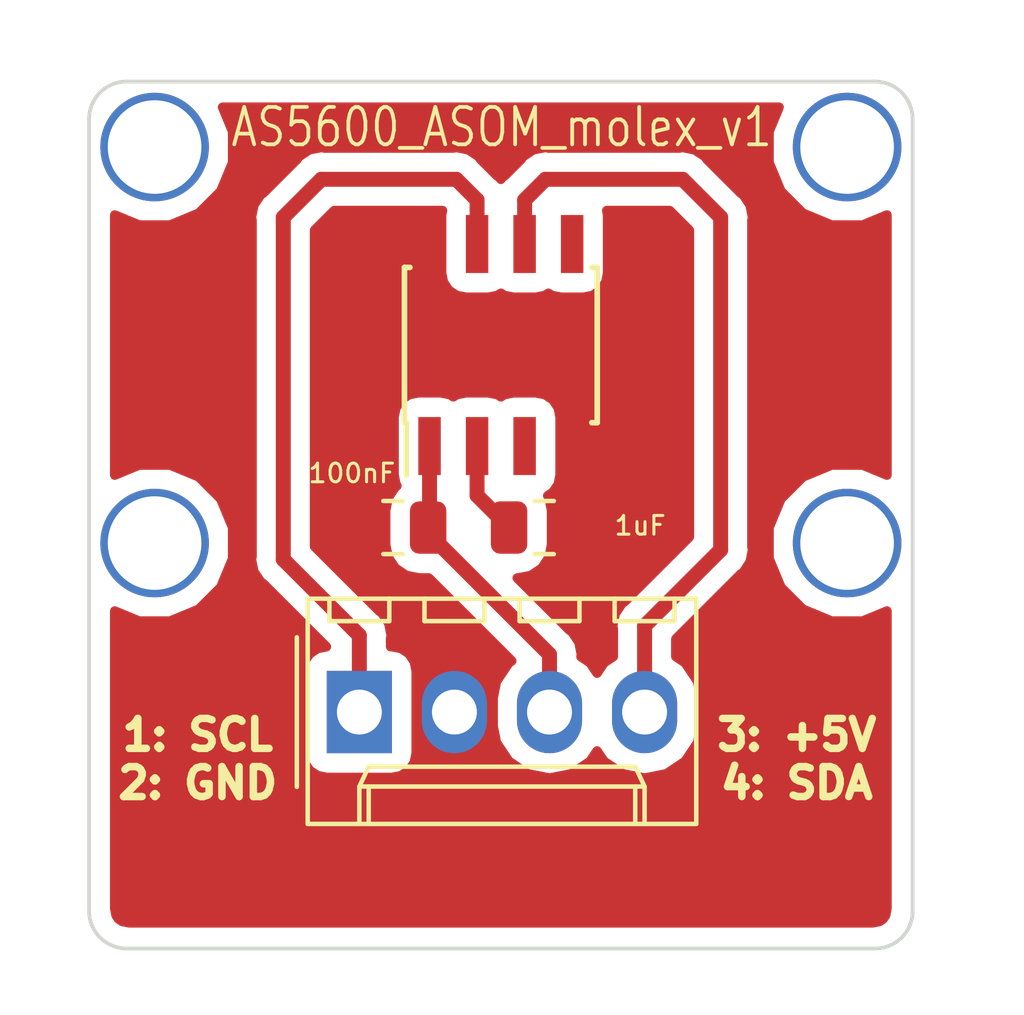
<source format=kicad_pcb>
(kicad_pcb (version 20171130) (host pcbnew "(5.0.0)")

  (general
    (thickness 1.6)
    (drawings 10)
    (tracks 22)
    (zones 0)
    (modules 8)
    (nets 8)
  )

  (page A4)
  (layers
    (0 F.Cu signal)
    (31 B.Cu signal)
    (32 B.Adhes user)
    (33 F.Adhes user)
    (34 B.Paste user)
    (35 F.Paste user)
    (36 B.SilkS user)
    (37 F.SilkS user)
    (38 B.Mask user)
    (39 F.Mask user)
    (40 Dwgs.User user)
    (41 Cmts.User user)
    (42 Eco1.User user)
    (43 Eco2.User user)
    (44 Edge.Cuts user)
    (45 Margin user)
    (46 B.CrtYd user)
    (47 F.CrtYd user)
    (48 B.Fab user)
    (49 F.Fab user)
  )

  (setup
    (last_trace_width 0.4)
    (trace_clearance 0.3)
    (zone_clearance 0.508)
    (zone_45_only no)
    (trace_min 0.2)
    (segment_width 0.2)
    (edge_width 0.1)
    (via_size 0.8)
    (via_drill 0.4)
    (via_min_size 0.4)
    (via_min_drill 0.3)
    (uvia_size 0.3)
    (uvia_drill 0.1)
    (uvias_allowed no)
    (uvia_min_size 0.2)
    (uvia_min_drill 0.1)
    (pcb_text_width 0.3)
    (pcb_text_size 1.5 1.5)
    (mod_edge_width 0.15)
    (mod_text_size 1 1)
    (mod_text_width 0.15)
    (pad_size 1.35 1.5)
    (pad_drill 1)
    (pad_to_mask_clearance 0.2)
    (aux_axis_origin 0 0)
    (grid_origin 152 59)
    (visible_elements 7FFFFFFF)
    (pcbplotparams
      (layerselection 0x010fc_ffffffff)
      (usegerberextensions false)
      (usegerberattributes false)
      (usegerberadvancedattributes false)
      (creategerberjobfile false)
      (excludeedgelayer true)
      (linewidth 0.100000)
      (plotframeref false)
      (viasonmask false)
      (mode 1)
      (useauxorigin false)
      (hpglpennumber 1)
      (hpglpenspeed 20)
      (hpglpendiameter 15.000000)
      (psnegative false)
      (psa4output false)
      (plotreference true)
      (plotvalue true)
      (plotinvisibletext false)
      (padsonsilk false)
      (subtractmaskfromsilk false)
      (outputformat 1)
      (mirror false)
      (drillshape 1)
      (scaleselection 1)
      (outputdirectory ""))
  )

  (net 0 "")
  (net 1 +5V)
  (net 2 GND)
  (net 3 "Net-(C2-Pad1)")
  (net 4 SDA)
  (net 5 SCL)
  (net 6 "Net-(U1-Pad3)")
  (net 7 "Net-(U1-Pad5)")

  (net_class Default "This is the default net class."
    (clearance 0.3)
    (trace_width 0.4)
    (via_dia 0.8)
    (via_drill 0.4)
    (uvia_dia 0.3)
    (uvia_drill 0.1)
    (add_net +5V)
    (add_net GND)
    (add_net "Net-(C2-Pad1)")
    (add_net "Net-(U1-Pad3)")
    (add_net "Net-(U1-Pad5)")
    (add_net SCL)
    (add_net SDA)
  )

  (module Connector_Molex:Molex_KK-254_AE-6410-04A_1x04_P2.54mm_Vertical (layer F.Cu) (tedit 5C157156) (tstamp 5C1581CA)
    (at 164.7 85.432)
    (descr "Molex KK-254 Interconnect System, old/engineering part number: AE-6410-04A example for new part number: 22-27-2041, 4 Pins (http://www.molex.com/pdm_docs/sd/022272021_sd.pdf), generated with kicad-footprint-generator")
    (tags "connector Molex KK-254 side entry")
    (path /5C155E4C)
    (fp_text reference J1 (at 15.24 8.382) (layer F.SilkS) hide
      (effects (font (size 1 1) (thickness 0.15)))
    )
    (fp_text value Conn_01x04 (at 4.064 7.366) (layer F.Fab) hide
      (effects (font (size 1 1) (thickness 0.15)))
    )
    (fp_line (start -1.27 -2.92) (end -1.27 2.88) (layer F.Fab) (width 0.1))
    (fp_line (start -1.27 2.88) (end 8.89 2.88) (layer F.Fab) (width 0.1))
    (fp_line (start 8.89 2.88) (end 8.89 -2.92) (layer F.Fab) (width 0.1))
    (fp_line (start 8.89 -2.92) (end -1.27 -2.92) (layer F.Fab) (width 0.1))
    (fp_line (start -1.38 -3.03) (end -1.38 2.99) (layer F.SilkS) (width 0.12))
    (fp_line (start -1.38 2.99) (end 9 2.99) (layer F.SilkS) (width 0.12))
    (fp_line (start 9 2.99) (end 9 -3.03) (layer F.SilkS) (width 0.12))
    (fp_line (start 9 -3.03) (end -1.38 -3.03) (layer F.SilkS) (width 0.12))
    (fp_line (start -1.67 -2) (end -1.67 2) (layer F.SilkS) (width 0.12))
    (fp_line (start -1.27 -0.5) (end -0.562893 0) (layer F.Fab) (width 0.1))
    (fp_line (start -0.562893 0) (end -1.27 0.5) (layer F.Fab) (width 0.1))
    (fp_line (start 0 2.99) (end 0 1.99) (layer F.SilkS) (width 0.12))
    (fp_line (start 0 1.99) (end 7.62 1.99) (layer F.SilkS) (width 0.12))
    (fp_line (start 7.62 1.99) (end 7.62 2.99) (layer F.SilkS) (width 0.12))
    (fp_line (start 0 1.99) (end 0.25 1.46) (layer F.SilkS) (width 0.12))
    (fp_line (start 0.25 1.46) (end 7.37 1.46) (layer F.SilkS) (width 0.12))
    (fp_line (start 7.37 1.46) (end 7.62 1.99) (layer F.SilkS) (width 0.12))
    (fp_line (start 0.25 2.99) (end 0.25 1.99) (layer F.SilkS) (width 0.12))
    (fp_line (start 7.37 2.99) (end 7.37 1.99) (layer F.SilkS) (width 0.12))
    (fp_line (start -0.8 -3.03) (end -0.8 -2.43) (layer F.SilkS) (width 0.12))
    (fp_line (start -0.8 -2.43) (end 0.8 -2.43) (layer F.SilkS) (width 0.12))
    (fp_line (start 0.8 -2.43) (end 0.8 -3.03) (layer F.SilkS) (width 0.12))
    (fp_line (start 1.74 -3.03) (end 1.74 -2.43) (layer F.SilkS) (width 0.12))
    (fp_line (start 1.74 -2.43) (end 3.34 -2.43) (layer F.SilkS) (width 0.12))
    (fp_line (start 3.34 -2.43) (end 3.34 -3.03) (layer F.SilkS) (width 0.12))
    (fp_line (start 4.28 -3.03) (end 4.28 -2.43) (layer F.SilkS) (width 0.12))
    (fp_line (start 4.28 -2.43) (end 5.88 -2.43) (layer F.SilkS) (width 0.12))
    (fp_line (start 5.88 -2.43) (end 5.88 -3.03) (layer F.SilkS) (width 0.12))
    (fp_line (start 6.82 -3.03) (end 6.82 -2.43) (layer F.SilkS) (width 0.12))
    (fp_line (start 6.82 -2.43) (end 8.42 -2.43) (layer F.SilkS) (width 0.12))
    (fp_line (start 8.42 -2.43) (end 8.42 -3.03) (layer F.SilkS) (width 0.12))
    (fp_line (start -1.77 -3.42) (end -1.77 3.38) (layer F.CrtYd) (width 0.05))
    (fp_line (start -1.77 3.38) (end 9.39 3.38) (layer F.CrtYd) (width 0.05))
    (fp_line (start 9.39 3.38) (end 9.39 -3.42) (layer F.CrtYd) (width 0.05))
    (fp_line (start 9.39 -3.42) (end -1.77 -3.42) (layer F.CrtYd) (width 0.05))
    (fp_text user %R (at 11.176 5.842) (layer F.Fab) hide
      (effects (font (size 1 1) (thickness 0.15)))
    )
    (pad 1 thru_hole rect (at 0 0) (size 1.74 2.2) (drill 1.2) (layers *.Cu *.Mask)
      (net 5 SCL))
    (pad 2 thru_hole oval (at 2.54 0) (size 1.74 2.2) (drill 1.2) (layers *.Cu *.Mask)
      (net 2 GND))
    (pad 3 thru_hole oval (at 5.08 0) (size 1.74 2.2) (drill 1.2) (layers *.Cu *.Mask)
      (net 1 +5V))
    (pad 4 thru_hole oval (at 7.62 0) (size 1.74 2.2) (drill 1.2) (layers *.Cu *.Mask)
      (net 4 SDA))
    (model ${KISYS3DMOD}/Connector_Molex.3dshapes/Molex_KK-254_AE-6410-04A_1x04_P2.54mm_Vertical.wrl
      (at (xyz 0 0 0))
      (scale (xyz 1 1 1))
      (rotate (xyz 0 0 0))
    )
  )

  (module Capacitor_SMD:C_0805_2012Metric locked (layer F.Cu) (tedit 5C155EB6) (tstamp 5C3B5CE5)
    (at 165.6 80.5 180)
    (descr "Capacitor SMD 0805 (2012 Metric), square (rectangular) end terminal, IPC_7351 nominal, (Body size source: https://docs.google.com/spreadsheets/d/1BsfQQcO9C6DZCsRaXUlFlo91Tg2WpOkGARC1WS5S8t0/edit?usp=sharing), generated with kicad-footprint-generator")
    (tags capacitor)
    (path /5C1544B6)
    (attr smd)
    (fp_text reference C1 (at -6.5375 -9.4 180) (layer F.Fab) hide
      (effects (font (size 1 1) (thickness 0.15)))
    )
    (fp_text value 100nF (at 1.1 1.45 180) (layer F.SilkS)
      (effects (font (size 0.5 0.5) (thickness 0.08)))
    )
    (fp_line (start -1 0.6) (end -1 -0.6) (layer F.Fab) (width 0.1))
    (fp_line (start -1 -0.6) (end 1 -0.6) (layer F.Fab) (width 0.1))
    (fp_line (start 1 -0.6) (end 1 0.6) (layer F.Fab) (width 0.1))
    (fp_line (start 1 0.6) (end -1 0.6) (layer F.Fab) (width 0.1))
    (fp_line (start -0.258578 -0.71) (end 0.258578 -0.71) (layer F.SilkS) (width 0.12))
    (fp_line (start -0.258578 0.71) (end 0.258578 0.71) (layer F.SilkS) (width 0.12))
    (fp_line (start -1.68 0.95) (end -1.68 -0.95) (layer F.CrtYd) (width 0.05))
    (fp_line (start -1.68 -0.95) (end 1.68 -0.95) (layer F.CrtYd) (width 0.05))
    (fp_line (start 1.68 -0.95) (end 1.68 0.95) (layer F.CrtYd) (width 0.05))
    (fp_line (start 1.68 0.95) (end -1.68 0.95) (layer F.CrtYd) (width 0.05))
    (fp_text user %R (at -4.4375 -9.3 180) (layer F.Fab) hide
      (effects (font (size 0.5 0.5) (thickness 0.08)))
    )
    (pad 1 smd roundrect (at -0.9375 0 180) (size 0.975 1.4) (layers F.Cu F.Paste F.Mask) (roundrect_rratio 0.25)
      (net 1 +5V))
    (pad 2 smd roundrect (at 0.9375 0 180) (size 0.975 1.4) (layers F.Cu F.Paste F.Mask) (roundrect_rratio 0.25)
      (net 2 GND))
    (model ${KISYS3DMOD}/Capacitor_SMD.3dshapes/C_0805_2012Metric.wrl
      (at (xyz 0 0 0))
      (scale (xyz 1 1 1))
      (rotate (xyz 0 0 0))
    )
  )

  (module Capacitor_SMD:C_0805_2012Metric locked (layer F.Cu) (tedit 5C155EB2) (tstamp 5C3B5CF6)
    (at 169.6375 80.5)
    (descr "Capacitor SMD 0805 (2012 Metric), square (rectangular) end terminal, IPC_7351 nominal, (Body size source: https://docs.google.com/spreadsheets/d/1BsfQQcO9C6DZCsRaXUlFlo91Tg2WpOkGARC1WS5S8t0/edit?usp=sharing), generated with kicad-footprint-generator")
    (tags capacitor)
    (path /5C154617)
    (attr smd)
    (fp_text reference C2 (at 7.9625 8.8 90) (layer F.Fab) hide
      (effects (font (size 1 1) (thickness 0.15)))
    )
    (fp_text value 1uF (at 2.5625 -0.05) (layer F.SilkS)
      (effects (font (size 0.5 0.5) (thickness 0.08)))
    )
    (fp_line (start -1 0.6) (end -1 -0.6) (layer F.Fab) (width 0.1))
    (fp_line (start -1 -0.6) (end 1 -0.6) (layer F.Fab) (width 0.1))
    (fp_line (start 1 -0.6) (end 1 0.6) (layer F.Fab) (width 0.1))
    (fp_line (start 1 0.6) (end -1 0.6) (layer F.Fab) (width 0.1))
    (fp_line (start -0.258578 -0.71) (end 0.258578 -0.71) (layer F.SilkS) (width 0.12))
    (fp_line (start -0.258578 0.71) (end 0.258578 0.71) (layer F.SilkS) (width 0.12))
    (fp_line (start -1.68 0.95) (end -1.68 -0.95) (layer F.CrtYd) (width 0.05))
    (fp_line (start -1.68 -0.95) (end 1.68 -0.95) (layer F.CrtYd) (width 0.05))
    (fp_line (start 1.68 -0.95) (end 1.68 0.95) (layer F.CrtYd) (width 0.05))
    (fp_line (start 1.68 0.95) (end -1.68 0.95) (layer F.CrtYd) (width 0.05))
    (fp_text user %R (at 6.1625 8.8) (layer F.Fab) hide
      (effects (font (size 0.5 0.5) (thickness 0.08)))
    )
    (pad 1 smd roundrect (at -0.9375 0) (size 0.975 1.4) (layers F.Cu F.Paste F.Mask) (roundrect_rratio 0.25)
      (net 3 "Net-(C2-Pad1)"))
    (pad 2 smd roundrect (at 0.9375 0) (size 0.975 1.4) (layers F.Cu F.Paste F.Mask) (roundrect_rratio 0.25)
      (net 2 GND))
    (model ${KISYS3DMOD}/Capacitor_SMD.3dshapes/C_0805_2012Metric.wrl
      (at (xyz 0 0 0))
      (scale (xyz 1 1 1))
      (rotate (xyz 0 0 0))
    )
  )

  (module Package_SO:SOIC-8_3.9x4.9mm_P1.27mm locked (layer F.Cu) (tedit 5C1573F2) (tstamp 5C3B5D1F)
    (at 168.48 75.622 90)
    (descr "8-Lead Plastic Small Outline (SN) - Narrow, 3.90 mm Body [SOIC] (see Microchip Packaging Specification 00000049BS.pdf)")
    (tags "SOIC 1.27")
    (path /5C1543A2)
    (attr smd)
    (fp_text reference U1 (at 0 0.02 90) (layer F.SilkS) hide
      (effects (font (size 1 1) (thickness 0.15)))
    )
    (fp_text value AS5600_ASOM_molex_v1 (at 5.822 0.02 180) (layer F.SilkS)
      (effects (font (size 1 0.8) (thickness 0.1)))
    )
    (fp_line (start -2.075 -2.525) (end -3.475 -2.525) (layer F.SilkS) (width 0.15))
    (fp_line (start -2.075 2.575) (end 2.075 2.575) (layer F.SilkS) (width 0.15))
    (fp_line (start -2.075 -2.575) (end 2.075 -2.575) (layer F.SilkS) (width 0.15))
    (fp_line (start -2.075 2.575) (end -2.075 2.43) (layer F.SilkS) (width 0.15))
    (fp_line (start 2.075 2.575) (end 2.075 2.43) (layer F.SilkS) (width 0.15))
    (fp_line (start 2.075 -2.575) (end 2.075 -2.43) (layer F.SilkS) (width 0.15))
    (fp_line (start -2.075 -2.575) (end -2.075 -2.525) (layer F.SilkS) (width 0.15))
    (fp_line (start -3.73 2.7) (end 3.73 2.7) (layer F.CrtYd) (width 0.05))
    (fp_line (start -3.73 -2.7) (end 3.73 -2.7) (layer F.CrtYd) (width 0.05))
    (fp_line (start 3.73 -2.7) (end 3.73 2.7) (layer F.CrtYd) (width 0.05))
    (fp_line (start -3.73 -2.7) (end -3.73 2.7) (layer F.CrtYd) (width 0.05))
    (fp_line (start -1.95 -1.45) (end -0.95 -2.45) (layer F.Fab) (width 0.1))
    (fp_line (start -1.95 2.45) (end -1.95 -1.45) (layer F.Fab) (width 0.1))
    (fp_line (start 1.95 2.45) (end -1.95 2.45) (layer F.Fab) (width 0.1))
    (fp_line (start 1.95 -2.45) (end 1.95 2.45) (layer F.Fab) (width 0.1))
    (fp_line (start -0.95 -2.45) (end 1.95 -2.45) (layer F.Fab) (width 0.1))
    (fp_text user %R (at 0 0 90) (layer F.Fab) hide
      (effects (font (size 1 1) (thickness 0.15)))
    )
    (pad 8 smd rect (at 2.7 -1.905 90) (size 1.55 0.6) (layers F.Cu F.Paste F.Mask)
      (net 2 GND))
    (pad 7 smd rect (at 2.7 -0.635 90) (size 1.55 0.6) (layers F.Cu F.Paste F.Mask)
      (net 5 SCL))
    (pad 6 smd rect (at 2.7 0.635 90) (size 1.55 0.6) (layers F.Cu F.Paste F.Mask)
      (net 4 SDA))
    (pad 5 smd rect (at 2.7 1.905 90) (size 1.55 0.6) (layers F.Cu F.Paste F.Mask)
      (net 7 "Net-(U1-Pad5)"))
    (pad 4 smd rect (at -2.7 1.905 90) (size 1.55 0.6) (layers F.Cu F.Paste F.Mask)
      (net 2 GND))
    (pad 3 smd rect (at -2.7 0.635 90) (size 1.55 0.6) (layers F.Cu F.Paste F.Mask)
      (net 6 "Net-(U1-Pad3)"))
    (pad 2 smd rect (at -2.7 -0.635 90) (size 1.55 0.6) (layers F.Cu F.Paste F.Mask)
      (net 3 "Net-(C2-Pad1)"))
    (pad 1 smd rect (at -2.7 -1.905 90) (size 1.55 0.6) (layers F.Cu F.Paste F.Mask)
      (net 1 +5V))
    (model ${KISYS3DMOD}/Package_SO.3dshapes/SOIC-8_3.9x4.9mm_P1.27mm.wrl
      (at (xyz 0 0 0))
      (scale (xyz 1 1 1))
      (rotate (xyz 0 0 0))
    )
  )

  (module modular_segment_PCB_footprints:MountingHole_2.5mm_Pad locked (layer F.Cu) (tedit 5C15519B) (tstamp 5C3B5EED)
    (at 177.73 70.33)
    (descr "Mounting Hole 2.5mm")
    (tags "mounting hole 2.5mm")
    (attr virtual)
    (fp_text reference "2.5mm " (at 0.1 -2.18) (layer F.SilkS) hide
      (effects (font (size 1 1) (thickness 0.15)))
    )
    (fp_text value Hole_TR (at 0 2.34) (layer F.Fab) hide
      (effects (font (size 1 1) (thickness 0.15)))
    )
    (pad "" np_thru_hole circle (at 0 0) (size 2.9 2.9) (drill 2.5) (layers *.Cu *.Mask))
  )

  (module modular_segment_PCB_footprints:MountingHole_2.5mm_Pad locked (layer F.Cu) (tedit 5C1551A3) (tstamp 5C3B6076)
    (at 159.23 70.33)
    (descr "Mounting Hole 2.5mm")
    (tags "mounting hole 2.5mm")
    (attr virtual)
    (fp_text reference "2.5mm " (at 0.1 -2.18) (layer F.SilkS) hide
      (effects (font (size 1 1) (thickness 0.15)))
    )
    (fp_text value Hole_TL (at 0 2.34) (layer F.Fab) hide
      (effects (font (size 1 1) (thickness 0.15)))
    )
    (pad "" np_thru_hole circle (at 0 0) (size 2.9 2.9) (drill 2.5) (layers *.Cu *.Mask))
  )

  (module modular_segment_PCB_footprints:MountingHole_2.5mm_Pad locked (layer F.Cu) (tedit 5C15518E) (tstamp 5C3B609F)
    (at 159.23 80.915)
    (descr "Mounting Hole 2.5mm")
    (tags "mounting hole 2.5mm")
    (attr virtual)
    (fp_text reference "2.5mm " (at 0.1 -2.18) (layer F.SilkS) hide
      (effects (font (size 1 1) (thickness 0.15)))
    )
    (fp_text value Hole_BL (at 0 2.34) (layer F.Fab) hide
      (effects (font (size 1 1) (thickness 0.15)))
    )
    (pad "" np_thru_hole circle (at 0 0) (size 2.9 2.9) (drill 2.5) (layers *.Cu *.Mask))
  )

  (module modular_segment_PCB_footprints:MountingHole_2.5mm_Pad locked (layer F.Cu) (tedit 5C155194) (tstamp 5C3B5F2B)
    (at 177.73 80.915)
    (descr "Mounting Hole 2.5mm")
    (tags "mounting hole 2.5mm")
    (attr virtual)
    (fp_text reference "2.5mm " (at 0.1 -2.18) (layer F.SilkS) hide
      (effects (font (size 1 1) (thickness 0.15)))
    )
    (fp_text value Hole_BR (at 0 2.34) (layer F.Fab) hide
      (effects (font (size 1 1) (thickness 0.15)))
    )
    (pad "" np_thru_hole circle (at 0 0) (size 2.9 2.9) (drill 2.5) (layers *.Cu *.Mask))
  )

  (gr_text "3: +5V\n4: SDA" (at 176.384 86.686) (layer F.SilkS) (tstamp 5C1573D3)
    (effects (font (size 0.8 0.8) (thickness 0.2)))
  )
  (gr_text "1: SCL\n2: GND" (at 160.382 86.686) (layer F.SilkS)
    (effects (font (size 0.8 0.8) (thickness 0.2)))
  )
  (gr_arc (start 178.48 69.58) (end 179.48 69.58) (angle -90) (layer Edge.Cuts) (width 0.1) (tstamp 5C3B648C))
  (gr_arc (start 158.48 69.58) (end 158.48 68.58) (angle -90) (layer Edge.Cuts) (width 0.1) (tstamp 5C3B648A))
  (gr_arc (start 158.48 90.75) (end 157.48 90.75) (angle -90) (layer Edge.Cuts) (width 0.1) (tstamp 5C3B6488))
  (gr_arc (start 178.48 90.751002) (end 178.48 91.751002) (angle -90) (layer Edge.Cuts) (width 0.1))
  (gr_line (start 157.48 69.58) (end 157.48 90.750275) (layer Edge.Cuts) (width 0.1))
  (gr_line (start 158.48 91.751002) (end 178.48 91.751002) (layer Edge.Cuts) (width 0.1) (tstamp 5C15FC41))
  (gr_line (start 179.48 90.751002) (end 179.48 69.58) (layer Edge.Cuts) (width 0.1))
  (gr_line (start 178.48 68.58) (end 158.48 68.58) (layer Edge.Cuts) (width 0.1))

  (segment (start 166.575 80.4625) (end 166.5375 80.5) (width 0.4) (layer F.Cu) (net 1))
  (segment (start 166.5375 80.5) (end 166.6 80.5) (width 0.4) (layer F.Cu) (net 1))
  (segment (start 166.575 78.322) (end 166.575 80.4625) (width 0.4) (layer F.Cu) (net 1))
  (segment (start 166.5375 80.6495) (end 166.5375 80.5) (width 0.4) (layer F.Cu) (net 1))
  (segment (start 169.78 83.892) (end 166.5375 80.6495) (width 0.4) (layer F.Cu) (net 1))
  (segment (start 169.78 83.892) (end 169.78 85.432) (width 0.4) (layer F.Cu) (net 1))
  (segment (start 168.7 80.5) (end 167.845 79.645) (width 0.4) (layer F.Cu) (net 3))
  (segment (start 167.845 79.645) (end 167.845 78.322) (width 0.4) (layer F.Cu) (net 3))
  (segment (start 169.115 71.747) (end 169.115 72.922) (width 0.4) (layer F.Cu) (net 4))
  (segment (start 172.32 83.13) (end 174.352 81.098) (width 0.4) (layer F.Cu) (net 4))
  (segment (start 174.352 81.098) (end 174.352 72.208) (width 0.4) (layer F.Cu) (net 4))
  (segment (start 174.352 72.208) (end 173.336 71.192) (width 0.4) (layer F.Cu) (net 4))
  (segment (start 173.336 71.192) (end 169.67 71.192) (width 0.4) (layer F.Cu) (net 4))
  (segment (start 169.67 71.192) (end 169.115 71.747) (width 0.4) (layer F.Cu) (net 4))
  (segment (start 172.32 83.13) (end 172.32 85.432) (width 0.4) (layer F.Cu) (net 4))
  (segment (start 167.845 71.747) (end 167.845 72.922) (width 0.4) (layer F.Cu) (net 5))
  (segment (start 164.7 83.384) (end 162.668 81.352) (width 0.4) (layer F.Cu) (net 5))
  (segment (start 162.668 81.352) (end 162.668 72.208) (width 0.4) (layer F.Cu) (net 5))
  (segment (start 162.668 72.208) (end 163.684 71.192) (width 0.4) (layer F.Cu) (net 5))
  (segment (start 163.684 71.192) (end 167.29 71.192) (width 0.4) (layer F.Cu) (net 5))
  (segment (start 167.29 71.192) (end 167.845 71.747) (width 0.4) (layer F.Cu) (net 5))
  (segment (start 164.7 83.384) (end 164.7 85.432) (width 0.4) (layer F.Cu) (net 5))

  (zone (net 2) (net_name GND) (layer F.Cu) (tstamp 5C1583D0) (hatch edge 0.508)
    (connect_pads yes (clearance 0.508))
    (min_thickness 0.254)
    (fill yes (arc_segments 16) (thermal_gap 0.508) (thermal_bridge_width 0.508))
    (polygon
      (pts
        (xy 181.4 66.4) (xy 155.1 66.7) (xy 156.318 92.274) (xy 182.48 93.544)
      )
    )
    (filled_polygon
      (pts
        (xy 175.645 69.915268) (xy 175.645 70.744732) (xy 175.962422 71.511058) (xy 176.548942 72.097578) (xy 177.315268 72.415)
        (xy 178.144732 72.415) (xy 178.795001 72.14565) (xy 178.795001 79.09935) (xy 178.144732 78.83) (xy 177.315268 78.83)
        (xy 176.548942 79.147422) (xy 175.962422 79.733942) (xy 175.645 80.500268) (xy 175.645 81.329732) (xy 175.962422 82.096058)
        (xy 176.548942 82.682578) (xy 177.315268 83) (xy 178.144732 83) (xy 178.795 82.730651) (xy 178.795 90.683536)
        (xy 178.758624 90.866412) (xy 178.69325 90.964251) (xy 178.595409 91.029626) (xy 178.412534 91.066002) (xy 158.552503 91.066002)
        (xy 158.36459 91.028624) (xy 158.266751 90.96325) (xy 158.201376 90.865409) (xy 158.165 90.682534) (xy 158.165 82.730651)
        (xy 158.815268 83) (xy 159.644732 83) (xy 160.411058 82.682578) (xy 160.997578 82.096058) (xy 161.315 81.329732)
        (xy 161.315 80.500268) (xy 160.997578 79.733942) (xy 160.411058 79.147422) (xy 159.644732 78.83) (xy 158.815268 78.83)
        (xy 158.165 79.099349) (xy 158.165 72.145651) (xy 158.815268 72.415) (xy 159.644732 72.415) (xy 160.144475 72.208)
        (xy 161.816643 72.208) (xy 161.833001 72.290238) (xy 161.833 81.269767) (xy 161.816643 81.352) (xy 161.833 81.434233)
        (xy 161.833 81.434236) (xy 161.881448 81.6778) (xy 162.065999 81.954001) (xy 162.13572 82.000587) (xy 163.821402 83.68627)
        (xy 163.582235 83.733843) (xy 163.372191 83.874191) (xy 163.231843 84.084235) (xy 163.18256 84.332) (xy 163.18256 86.532)
        (xy 163.231843 86.779765) (xy 163.372191 86.989809) (xy 163.582235 87.130157) (xy 163.83 87.17944) (xy 165.57 87.17944)
        (xy 165.817765 87.130157) (xy 166.027809 86.989809) (xy 166.168157 86.779765) (xy 166.21744 86.532) (xy 166.21744 84.332)
        (xy 166.168157 84.084235) (xy 166.027809 83.874191) (xy 165.817765 83.733843) (xy 165.57 83.68456) (xy 165.535 83.68456)
        (xy 165.535 83.466237) (xy 165.551358 83.384) (xy 165.486552 83.058199) (xy 165.348584 82.851716) (xy 165.302001 82.781999)
        (xy 165.232283 82.735415) (xy 163.503 81.006133) (xy 163.503 72.553867) (xy 164.029868 72.027) (xy 166.921429 72.027)
        (xy 166.89756 72.147) (xy 166.89756 73.697) (xy 166.946843 73.944765) (xy 167.087191 74.154809) (xy 167.297235 74.295157)
        (xy 167.545 74.34444) (xy 168.145 74.34444) (xy 168.392765 74.295157) (xy 168.48 74.236868) (xy 168.567235 74.295157)
        (xy 168.815 74.34444) (xy 169.415 74.34444) (xy 169.662765 74.295157) (xy 169.75 74.236868) (xy 169.837235 74.295157)
        (xy 170.085 74.34444) (xy 170.685 74.34444) (xy 170.932765 74.295157) (xy 171.142809 74.154809) (xy 171.283157 73.944765)
        (xy 171.33244 73.697) (xy 171.33244 72.147) (xy 171.308571 72.027) (xy 172.990133 72.027) (xy 173.517001 72.553869)
        (xy 173.517 80.752132) (xy 171.78772 82.481413) (xy 171.717999 82.527999) (xy 171.533448 82.8042) (xy 171.485 83.047764)
        (xy 171.485 83.047767) (xy 171.468643 83.13) (xy 171.485 83.212233) (xy 171.485 83.949882) (xy 171.234956 84.116956)
        (xy 171.05 84.393763) (xy 170.865044 84.116956) (xy 170.619275 83.952739) (xy 170.631357 83.891999) (xy 170.615 83.809764)
        (xy 170.615 83.809763) (xy 170.566552 83.566199) (xy 170.492786 83.4558) (xy 170.428584 83.359715) (xy 170.428583 83.359714)
        (xy 170.382001 83.289999) (xy 170.312286 83.243417) (xy 168.916308 81.84744) (xy 168.94375 81.84744) (xy 169.284794 81.779602)
        (xy 169.573916 81.586416) (xy 169.767102 81.297294) (xy 169.83494 80.95625) (xy 169.83494 80.04375) (xy 169.767102 79.702706)
        (xy 169.73141 79.649289) (xy 169.872809 79.554809) (xy 170.013157 79.344765) (xy 170.06244 79.097) (xy 170.06244 77.547)
        (xy 170.013157 77.299235) (xy 169.872809 77.089191) (xy 169.662765 76.948843) (xy 169.415 76.89956) (xy 168.815 76.89956)
        (xy 168.567235 76.948843) (xy 168.48 77.007132) (xy 168.392765 76.948843) (xy 168.145 76.89956) (xy 167.545 76.89956)
        (xy 167.297235 76.948843) (xy 167.21 77.007132) (xy 167.122765 76.948843) (xy 166.875 76.89956) (xy 166.275 76.89956)
        (xy 166.027235 76.948843) (xy 165.817191 77.089191) (xy 165.676843 77.299235) (xy 165.62756 77.547) (xy 165.62756 79.097)
        (xy 165.676843 79.344765) (xy 165.704541 79.386217) (xy 165.663584 79.413584) (xy 165.470398 79.702706) (xy 165.40256 80.04375)
        (xy 165.40256 80.95625) (xy 165.470398 81.297294) (xy 165.663584 81.586416) (xy 165.952706 81.779602) (xy 166.29375 81.84744)
        (xy 166.554573 81.84744) (xy 168.772365 84.065233) (xy 168.694956 84.116956) (xy 168.362322 84.614779) (xy 168.275 85.053775)
        (xy 168.275 85.810226) (xy 168.362322 86.249222) (xy 168.694956 86.747044) (xy 169.192779 87.079678) (xy 169.78 87.196484)
        (xy 170.367222 87.079678) (xy 170.865044 86.747044) (xy 171.05 86.470237) (xy 171.234956 86.747044) (xy 171.732779 87.079678)
        (xy 172.32 87.196484) (xy 172.907222 87.079678) (xy 173.405044 86.747044) (xy 173.737678 86.249221) (xy 173.825 85.810225)
        (xy 173.825 85.053774) (xy 173.737678 84.614778) (xy 173.405044 84.116956) (xy 173.155 83.949882) (xy 173.155 83.475867)
        (xy 174.884283 81.746585) (xy 174.954001 81.700001) (xy 175.138552 81.423801) (xy 175.187 81.180237) (xy 175.187 81.180236)
        (xy 175.203358 81.098) (xy 175.187 81.015763) (xy 175.187 72.290233) (xy 175.203357 72.208) (xy 175.187 72.125767)
        (xy 175.187 72.125763) (xy 175.138552 71.882199) (xy 174.954001 71.605999) (xy 174.884282 71.559415) (xy 173.984587 70.65972)
        (xy 173.938001 70.589999) (xy 173.661801 70.405448) (xy 173.418237 70.357) (xy 173.418233 70.357) (xy 173.336 70.340643)
        (xy 173.253767 70.357) (xy 169.752237 70.357) (xy 169.67 70.340642) (xy 169.587763 70.357) (xy 169.344199 70.405448)
        (xy 169.067999 70.589999) (xy 169.021414 70.659718) (xy 168.58272 71.098413) (xy 168.512999 71.144999) (xy 168.48 71.194386)
        (xy 168.447001 71.144999) (xy 168.377283 71.098415) (xy 167.938587 70.65972) (xy 167.892001 70.589999) (xy 167.615801 70.405448)
        (xy 167.372237 70.357) (xy 167.372233 70.357) (xy 167.29 70.340643) (xy 167.207767 70.357) (xy 163.766233 70.357)
        (xy 163.684 70.340643) (xy 163.601767 70.357) (xy 163.601763 70.357) (xy 163.358199 70.405448) (xy 163.081999 70.589999)
        (xy 163.035415 70.659718) (xy 162.135718 71.559415) (xy 162.066 71.605999) (xy 162.019417 71.675716) (xy 162.019416 71.675717)
        (xy 161.881448 71.8822) (xy 161.816643 72.208) (xy 160.144475 72.208) (xy 160.411058 72.097578) (xy 160.997578 71.511058)
        (xy 161.315 70.744732) (xy 161.315 69.915268) (xy 161.045651 69.265) (xy 175.914349 69.265)
      )
    )
  )
)

</source>
